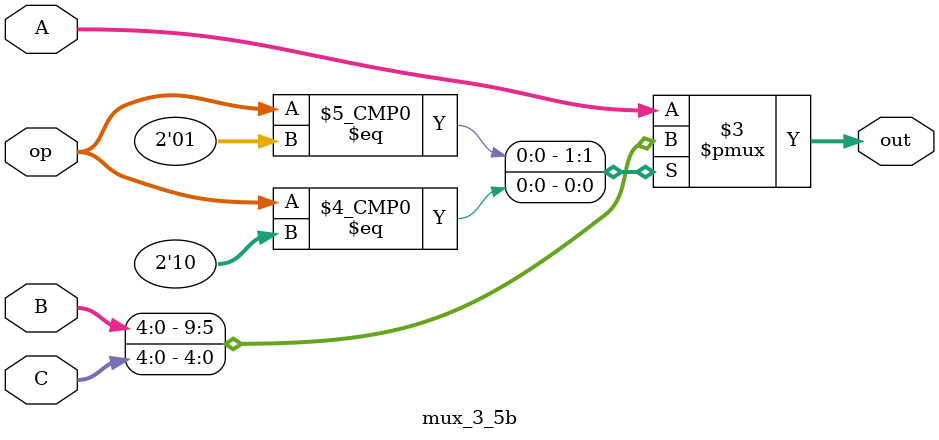
<source format=v>
`timescale 1ns / 1ps
module mux_3_5b(
	input [1:0] op,
	input [4:0] A,B,C,
	output reg[4:0] out
);
	always@(*)
	begin
		case(op[1:0])
			2'b00:out<=A;
			2'b01:out<=B;
			2'b10:out<=C;
			default:out<=A;
		endcase
	end
endmodule
</source>
